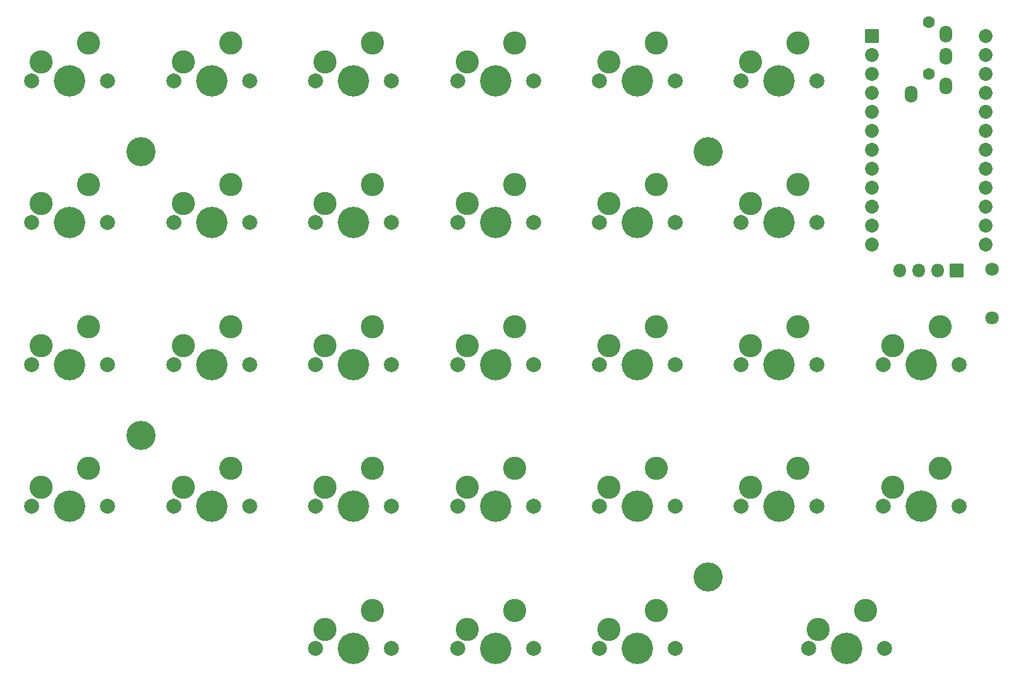
<source format=gbr>
%TF.GenerationSoftware,KiCad,Pcbnew,8.0.8-8.0.8-0~ubuntu24.04.1*%
%TF.CreationDate,2025-01-29T12:56:02-05:00*%
%TF.ProjectId,nitsud,6e697473-7564-42e6-9b69-6361645f7063,v1.0.0*%
%TF.SameCoordinates,Original*%
%TF.FileFunction,Soldermask,Top*%
%TF.FilePolarity,Negative*%
%FSLAX46Y46*%
G04 Gerber Fmt 4.6, Leading zero omitted, Abs format (unit mm)*
G04 Created by KiCad (PCBNEW 8.0.8-8.0.8-0~ubuntu24.04.1) date 2025-01-29 12:56:02*
%MOMM*%
%LPD*%
G01*
G04 APERTURE LIST*
G04 Aperture macros list*
%AMRoundRect*
0 Rectangle with rounded corners*
0 $1 Rounding radius*
0 $2 $3 $4 $5 $6 $7 $8 $9 X,Y pos of 4 corners*
0 Add a 4 corners polygon primitive as box body*
4,1,4,$2,$3,$4,$5,$6,$7,$8,$9,$2,$3,0*
0 Add four circle primitives for the rounded corners*
1,1,$1+$1,$2,$3*
1,1,$1+$1,$4,$5*
1,1,$1+$1,$6,$7*
1,1,$1+$1,$8,$9*
0 Add four rect primitives between the rounded corners*
20,1,$1+$1,$2,$3,$4,$5,0*
20,1,$1+$1,$4,$5,$6,$7,0*
20,1,$1+$1,$6,$7,$8,$9,0*
20,1,$1+$1,$8,$9,$2,$3,0*%
G04 Aperture macros list end*
%ADD10RoundRect,0.050000X-0.876300X0.876300X-0.876300X-0.876300X0.876300X-0.876300X0.876300X0.876300X0*%
%ADD11C,1.852600*%
%ADD12C,1.600000*%
%ADD13O,1.700000X2.300000*%
%ADD14C,1.800000*%
%ADD15C,3.900000*%
%ADD16RoundRect,0.050000X-0.850000X-0.850000X0.850000X-0.850000X0.850000X0.850000X-0.850000X0.850000X0*%
%ADD17O,1.800000X1.800000*%
%ADD18C,2.000000*%
%ADD19C,3.100000*%
%ADD20C,4.200000*%
G04 APERTURE END LIST*
D10*
%TO.C,MCU1*%
X257380000Y-87030000D03*
D11*
X257380000Y-89570000D03*
X257380000Y-92110000D03*
X257380000Y-94650000D03*
X257380000Y-97190000D03*
X257380000Y-99730000D03*
X257380000Y-102270000D03*
X257380000Y-104810000D03*
X257380000Y-107350000D03*
X257380000Y-109890000D03*
X257380000Y-112430000D03*
X257380000Y-114970000D03*
X272620000Y-87030000D03*
X272620000Y-89570000D03*
X272620000Y-92110000D03*
X272620000Y-94650000D03*
X272620000Y-97190000D03*
X272620000Y-99730000D03*
X272620000Y-102270000D03*
X272620000Y-104810000D03*
X272620000Y-107350000D03*
X272620000Y-109890000D03*
X272620000Y-112430000D03*
X272620000Y-114970000D03*
%TD*%
D12*
%TO.C,TRRS1*%
X265000000Y-85100000D03*
X265000000Y-92100000D03*
D13*
X267300000Y-86700000D03*
X267300000Y-89700000D03*
X267300000Y-93700000D03*
X262700000Y-94800000D03*
%TD*%
D14*
%TO.C,RST1*%
X273500000Y-124750000D03*
X273500000Y-118250000D03*
%TD*%
D15*
%TO.C,H2*%
X159500000Y-140500000D03*
%TD*%
D16*
%TO.C,OLED1*%
X268800000Y-118400000D03*
D17*
X266260000Y-118400000D03*
X263720000Y-118400000D03*
X261180000Y-118400000D03*
%TD*%
D15*
%TO.C,H4*%
X235500000Y-159500000D03*
%TD*%
%TO.C,H1*%
X159500000Y-102500000D03*
%TD*%
%TO.C,H3*%
X235500000Y-102500000D03*
%TD*%
D18*
%TO.C,S5*%
X163920000Y-150000000D03*
D19*
X165190000Y-147460000D03*
D20*
X169000000Y-150000000D03*
D19*
X171540000Y-144920000D03*
D18*
X174080000Y-150000000D03*
%TD*%
%TO.C,S13*%
X201920000Y-150000000D03*
D19*
X203190000Y-147460000D03*
D20*
X207000000Y-150000000D03*
D19*
X209540000Y-144920000D03*
D18*
X212080000Y-150000000D03*
%TD*%
%TO.C,S2*%
X144920000Y-131000000D03*
D19*
X146190000Y-128460000D03*
D20*
X150000000Y-131000000D03*
D19*
X152540000Y-125920000D03*
D18*
X155080000Y-131000000D03*
%TD*%
%TO.C,S29*%
X220920000Y-169000000D03*
D19*
X222190000Y-166460000D03*
D20*
X226000000Y-169000000D03*
D19*
X228540000Y-163920000D03*
D18*
X231080000Y-169000000D03*
%TD*%
%TO.C,S22*%
X239920000Y-131000000D03*
D19*
X241190000Y-128460000D03*
D20*
X245000000Y-131000000D03*
D19*
X247540000Y-125920000D03*
D18*
X250080000Y-131000000D03*
%TD*%
%TO.C,S3*%
X144920000Y-112000000D03*
D19*
X146190000Y-109460000D03*
D20*
X150000000Y-112000000D03*
D19*
X152540000Y-106920000D03*
D18*
X155080000Y-112000000D03*
%TD*%
%TO.C,S1*%
X144920000Y-150000000D03*
D19*
X146190000Y-147460000D03*
D20*
X150000000Y-150000000D03*
D19*
X152540000Y-144920000D03*
D18*
X155080000Y-150000000D03*
%TD*%
%TO.C,S19*%
X220920000Y-112000000D03*
D19*
X222190000Y-109460000D03*
D20*
X226000000Y-112000000D03*
D19*
X228540000Y-106920000D03*
D18*
X231080000Y-112000000D03*
%TD*%
%TO.C,S25*%
X258920000Y-150000000D03*
D19*
X260190000Y-147460000D03*
D20*
X264000000Y-150000000D03*
D19*
X266540000Y-144920000D03*
D18*
X269080000Y-150000000D03*
%TD*%
%TO.C,S4*%
X144920000Y-93000000D03*
D19*
X146190000Y-90460000D03*
D20*
X150000000Y-93000000D03*
D19*
X152540000Y-87920000D03*
D18*
X155080000Y-93000000D03*
%TD*%
%TO.C,S21*%
X239920000Y-150000000D03*
D19*
X241190000Y-147460000D03*
D20*
X245000000Y-150000000D03*
D19*
X247540000Y-144920000D03*
D18*
X250080000Y-150000000D03*
%TD*%
%TO.C,S24*%
X239920000Y-93000000D03*
D19*
X241190000Y-90460000D03*
D20*
X245000000Y-93000000D03*
D19*
X247540000Y-87920000D03*
D18*
X250080000Y-93000000D03*
%TD*%
%TO.C,S27*%
X182920000Y-169000000D03*
D19*
X184190000Y-166460000D03*
D20*
X188000000Y-169000000D03*
D19*
X190540000Y-163920000D03*
D18*
X193080000Y-169000000D03*
%TD*%
%TO.C,S12*%
X182920000Y-93000000D03*
D19*
X184190000Y-90460000D03*
D20*
X188000000Y-93000000D03*
D19*
X190540000Y-87920000D03*
D18*
X193080000Y-93000000D03*
%TD*%
%TO.C,S14*%
X201920000Y-131000000D03*
D19*
X203190000Y-128460000D03*
D20*
X207000000Y-131000000D03*
D19*
X209540000Y-125920000D03*
D18*
X212080000Y-131000000D03*
%TD*%
%TO.C,S16*%
X201920000Y-93000000D03*
D19*
X203190000Y-90460000D03*
D20*
X207000000Y-93000000D03*
D19*
X209540000Y-87920000D03*
D18*
X212080000Y-93000000D03*
%TD*%
%TO.C,S26*%
X258920000Y-131000000D03*
D19*
X260190000Y-128460000D03*
D20*
X264000000Y-131000000D03*
D19*
X266540000Y-125920000D03*
D18*
X269080000Y-131000000D03*
%TD*%
%TO.C,S15*%
X201920000Y-112000000D03*
D19*
X203190000Y-109460000D03*
D20*
X207000000Y-112000000D03*
D19*
X209540000Y-106920000D03*
D18*
X212080000Y-112000000D03*
%TD*%
%TO.C,S7*%
X163920000Y-112000000D03*
D19*
X165190000Y-109460000D03*
D20*
X169000000Y-112000000D03*
D19*
X171540000Y-106920000D03*
D18*
X174080000Y-112000000D03*
%TD*%
%TO.C,S23*%
X239920000Y-112000000D03*
D19*
X241190000Y-109460000D03*
D20*
X245000000Y-112000000D03*
D19*
X247540000Y-106920000D03*
D18*
X250080000Y-112000000D03*
%TD*%
%TO.C,S18*%
X220920000Y-131000000D03*
D19*
X222190000Y-128460000D03*
D20*
X226000000Y-131000000D03*
D19*
X228540000Y-125920000D03*
D18*
X231080000Y-131000000D03*
%TD*%
%TO.C,S9*%
X182920000Y-150000000D03*
D19*
X184190000Y-147460000D03*
D20*
X188000000Y-150000000D03*
D19*
X190540000Y-144920000D03*
D18*
X193080000Y-150000000D03*
%TD*%
%TO.C,S6*%
X163920000Y-131000000D03*
D19*
X165190000Y-128460000D03*
D20*
X169000000Y-131000000D03*
D19*
X171540000Y-125920000D03*
D18*
X174080000Y-131000000D03*
%TD*%
%TO.C,S10*%
X182920000Y-131000000D03*
D19*
X184190000Y-128460000D03*
D20*
X188000000Y-131000000D03*
D19*
X190540000Y-125920000D03*
D18*
X193080000Y-131000000D03*
%TD*%
%TO.C,S20*%
X220920000Y-93000000D03*
D19*
X222190000Y-90460000D03*
D20*
X226000000Y-93000000D03*
D19*
X228540000Y-87920000D03*
D18*
X231080000Y-93000000D03*
%TD*%
%TO.C,S8*%
X163920000Y-93000000D03*
D19*
X165190000Y-90460000D03*
D20*
X169000000Y-93000000D03*
D19*
X171540000Y-87920000D03*
D18*
X174080000Y-93000000D03*
%TD*%
%TO.C,S28*%
X201920000Y-169000000D03*
D19*
X203190000Y-166460000D03*
D20*
X207000000Y-169000000D03*
D19*
X209540000Y-163920000D03*
D18*
X212080000Y-169000000D03*
%TD*%
%TO.C,S11*%
X182920000Y-112000000D03*
D19*
X184190000Y-109460000D03*
D20*
X188000000Y-112000000D03*
D19*
X190540000Y-106920000D03*
D18*
X193080000Y-112000000D03*
%TD*%
%TO.C,S17*%
X220920000Y-150000000D03*
D19*
X222190000Y-147460000D03*
D20*
X226000000Y-150000000D03*
D19*
X228540000Y-144920000D03*
D18*
X231080000Y-150000000D03*
%TD*%
%TO.C,S30*%
X248920000Y-169000000D03*
D19*
X250190000Y-166460000D03*
D20*
X254000000Y-169000000D03*
D19*
X256540000Y-163920000D03*
D18*
X259080000Y-169000000D03*
%TD*%
M02*

</source>
